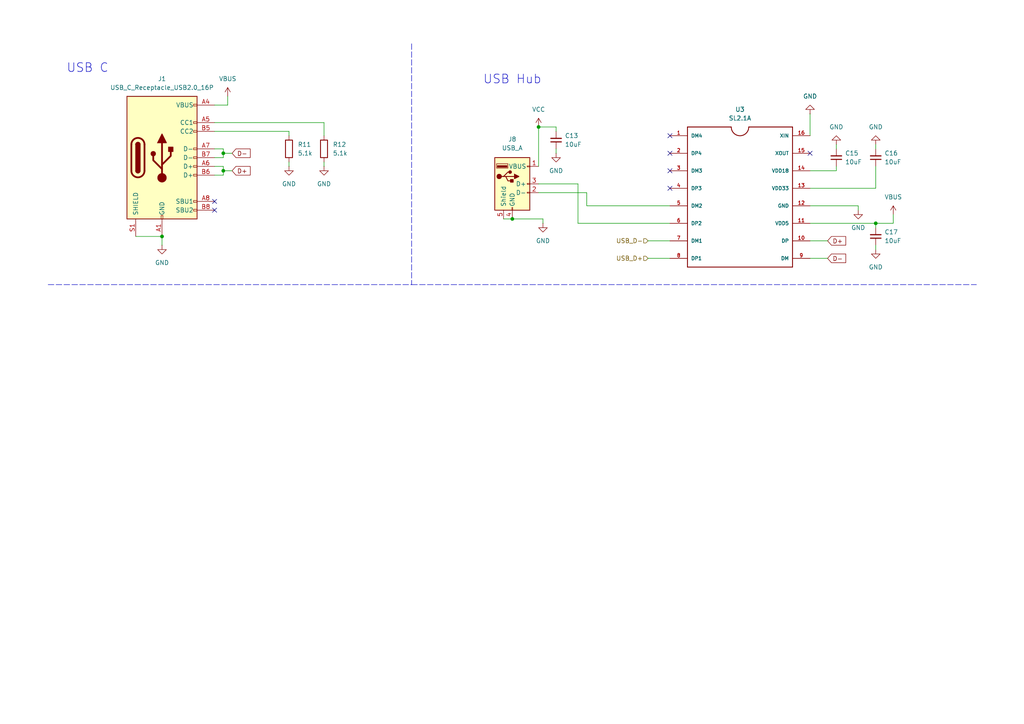
<source format=kicad_sch>
(kicad_sch (version 20231120) (generator "eeschema") (generator_version "8.0")
  (paper "A4")
  (lib_symbols
    (symbol "Connector:USB_A" (pin_names (offset 1.016))
      (property "Reference" "J" (at -5.08 11.43 0))
      (property "Value" "USB_A" (at -5.08 8.89 0))
      (symbol "USB_A_0_1"
        (rectangle (start -5.08 -7.62) (end 5.08 7.62) (stroke (width 0.254)) (fill (type background)))
        (circle (center -3.81 2.159) (radius 0.635) (stroke (width 0.254)) (fill (type outline)))
        (rectangle (start -1.524 4.826) (end -4.318 5.334) (fill (type outline)))
        (rectangle (start -1.27 4.572) (end -4.572 5.842))
        (circle (center -0.635 3.429) (radius 0.381) (stroke (width 0.254)) (fill (type outline)))
        (rectangle (start -0.127 -7.62) (end 0.127 -6.858))
        (polyline (pts (xy -3.175 2.159) (xy -2.54 2.159) (xy -1.27 3.429) (xy -0.635 3.429)) (stroke (width 0.254)))
        (polyline (pts (xy -2.54 2.159) (xy -1.905 2.159) (xy -1.27 0.889) (xy 0 0.889)) (stroke (width 0.254)))
        (polyline (pts (xy 0.635 2.794) (xy 0.635 1.524) (xy 1.905 2.159) (xy 0.635 2.794)) (stroke (width 0.254)) (fill (type outline)))
        (rectangle (start 0.254 1.27) (end -0.508 0.508) (stroke (width 0.254)) (fill (type outline)))
        (rectangle (start 5.08 -2.667) (end 4.318 -2.413))
        (rectangle (start 5.08 -0.127) (end 4.318 0.127))
        (rectangle (start 5.08 4.953) (end 4.318 5.207))
      )
      (symbol "USB_A_1_1"
        (polyline (pts (xy -1.905 2.159) (xy 0.635 2.159)) (stroke (width 0.254)))
        (pin power_in line (at 7.62 5.08 180) (length 2.54) (name "VBUS") (number "1"))
        (pin bidirectional line (at 7.62 -2.54 180) (length 2.54) (name "D-") (number "2"))
        (pin bidirectional line (at 7.62 0 180) (length 2.54) (name "D+") (number "3"))
        (pin power_in line (at 0 -10.16 90) (length 2.54) (name "GND") (number "4"))
        (pin passive line (at -2.54 -10.16 90) (length 2.54) (name "Shield") (number "5"))
      )
    )
    (symbol "Connector:USB_C_Receptacle_USB2.0_16P" (pin_names (offset 1.016))
      (property "Reference" "J" (at 0 22.225 0))
      (property "Value" "USB_C_Receptacle_USB2.0_16P" (at 0 19.685 0))
      (symbol "USB_C_Receptacle_USB2.0_16P_0_0"
        (rectangle (start -0.254 -17.78) (end 0.254 -16.764))
        (rectangle (start 10.16 -14.986) (end 9.144 -15.494))
        (rectangle (start 10.16 -12.446) (end 9.144 -12.954))
        (rectangle (start 10.16 -4.826) (end 9.144 -5.334))
        (rectangle (start 10.16 -2.286) (end 9.144 -2.794))
        (rectangle (start 10.16 0.254) (end 9.144 -0.254))
        (rectangle (start 10.16 2.794) (end 9.144 2.286))
        (rectangle (start 10.16 7.874) (end 9.144 7.366))
        (rectangle (start 10.16 10.414) (end 9.144 9.906))
        (rectangle (start 10.16 15.494) (end 9.144 14.986))
      )
      (symbol "USB_C_Receptacle_USB2.0_16P_0_1"
        (rectangle (start -10.16 17.78) (end 10.16 -17.78) (stroke (width 0.254)) (fill (type background)))
        (arc (start -8.89 -3.81) (mid -6.985 -5.7067) (end -5.08 -3.81) (stroke (width 0.508)))
        (arc (start -7.62 -3.81) (mid -6.985 -4.4423) (end -6.35 -3.81) (stroke (width 0.254)))
        (arc (start -7.62 -3.81) (mid -6.985 -4.4423) (end -6.35 -3.81) (stroke (width 0.254)) (fill (type outline)))
        (rectangle (start -7.62 -3.81) (end -6.35 3.81) (stroke (width 0.254)) (fill (type outline)))
        (arc (start -6.35 3.81) (mid -6.985 4.4423) (end -7.62 3.81) (stroke (width 0.254)))
        (arc (start -6.35 3.81) (mid -6.985 4.4423) (end -7.62 3.81) (stroke (width 0.254)) (fill (type outline)))
        (arc (start -5.08 3.81) (mid -6.985 5.7067) (end -8.89 3.81) (stroke (width 0.508)))
        (circle (center -2.54 1.143) (radius 0.635) (stroke (width 0.254)) (fill (type outline)))
        (circle (center 0 -5.842) (radius 1.27) (fill (type outline)))
        (polyline (pts (xy -8.89 -3.81) (xy -8.89 3.81)) (stroke (width 0.508)))
        (polyline (pts (xy -5.08 3.81) (xy -5.08 -3.81)) (stroke (width 0.508)))
        (polyline (pts (xy 0 -5.842) (xy 0 4.318)) (stroke (width 0.508)))
        (polyline (pts (xy 0 -3.302) (xy -2.54 -0.762) (xy -2.54 0.508)) (stroke (width 0.508)))
        (polyline (pts (xy 0 -2.032) (xy 2.54 0.508) (xy 2.54 1.778)) (stroke (width 0.508)))
        (polyline (pts (xy -1.27 4.318) (xy 0 6.858) (xy 1.27 4.318) (xy -1.27 4.318)) (stroke (width 0.254)) (fill (type outline)))
        (rectangle (start 1.905 1.778) (end 3.175 3.048) (stroke (width 0.254)) (fill (type outline)))
      )
      (symbol "USB_C_Receptacle_USB2.0_16P_1_1"
        (pin passive line (at 0 -22.86 90) (length 5.08) (name "GND") (number "A1"))
        (pin passive line (at 0 -22.86 90) (length 5.08) hide (name "GND") (number "A12"))
        (pin passive line (at 15.24 15.24 180) (length 5.08) (name "VBUS") (number "A4"))
        (pin bidirectional line (at 15.24 10.16 180) (length 5.08) (name "CC1") (number "A5"))
        (pin bidirectional line (at 15.24 -2.54 180) (length 5.08) (name "D+") (number "A6"))
        (pin bidirectional line (at 15.24 2.54 180) (length 5.08) (name "D-") (number "A7"))
        (pin bidirectional line (at 15.24 -12.7 180) (length 5.08) (name "SBU1") (number "A8"))
        (pin passive line (at 15.24 15.24 180) (length 5.08) hide (name "VBUS") (number "A9"))
        (pin passive line (at 0 -22.86 90) (length 5.08) hide (name "GND") (number "B1"))
        (pin passive line (at 0 -22.86 90) (length 5.08) hide (name "GND") (number "B12"))
        (pin passive line (at 15.24 15.24 180) (length 5.08) hide (name "VBUS") (number "B4"))
        (pin bidirectional line (at 15.24 7.62 180) (length 5.08) (name "CC2") (number "B5"))
        (pin bidirectional line (at 15.24 -5.08 180) (length 5.08) (name "D+") (number "B6"))
        (pin bidirectional line (at 15.24 0 180) (length 5.08) (name "D-") (number "B7"))
        (pin bidirectional line (at 15.24 -15.24 180) (length 5.08) (name "SBU2") (number "B8"))
        (pin passive line (at 15.24 15.24 180) (length 5.08) hide (name "VBUS") (number "B9"))
        (pin passive line (at -7.62 -22.86 90) (length 5.08) (name "SHIELD") (number "S1"))
      )
    )
    (symbol "Device:C_Small" (pin_numbers hide) (pin_names (offset 0.254) hide)
      (property "Reference" "C" (at 0.254 1.778 0))
      (property "Value" "C_Small" (at 0.254 -2.032 0))
      (symbol "C_Small_0_1"
        (polyline (pts (xy -1.524 -0.508) (xy 1.524 -0.508)) (stroke (width 0.3302)))
        (polyline (pts (xy -1.524 0.508) (xy 1.524 0.508)) (stroke (width 0.3048)))
      )
      (symbol "C_Small_1_1"
        (pin passive line (at 0 2.54 270) (length 2.032) (name "~") (number "1"))
        (pin passive line (at 0 -2.54 90) (length 2.032) (name "~") (number "2"))
      )
    )
    (symbol "Device:R" (pin_numbers hide) (pin_names (offset 0))
      (property "Reference" "R" (at 2.032 0 90))
      (property "Value" "R" (at 0 0 90))
      (symbol "R_0_1"
        (rectangle (start -1.016 -2.54) (end 1.016 2.54) (stroke (width 0.254)))
      )
      (symbol "R_1_1"
        (pin passive line (at 0 3.81 270) (length 1.27) (name "~") (number "1"))
        (pin passive line (at 0 -3.81 90) (length 1.27) (name "~") (number "2"))
      )
    )
    (symbol "SL2.1A:SL2.1A" (pin_names (offset 1.016))
      (property "Reference" "U" (at 0 22.86 0))
      (property "Value" "SL2.1A" (at 0 -22.86 0))
      (symbol "SL2.1A_0_0"
        (arc (start -2.54 20.32) (mid 0 17.791) (end 2.54 20.32) (stroke (width 0.254)))
        (polyline (pts (xy -15.24 -20.32) (xy 15.24 -20.32)) (stroke (width 0.254)))
        (polyline (pts (xy -15.24 20.32) (xy -15.24 -20.32)) (stroke (width 0.254)))
        (polyline (pts (xy -2.54 20.32) (xy -15.24 20.32)) (stroke (width 0.254)))
        (polyline (pts (xy 15.24 -20.32) (xy 15.24 20.32)) (stroke (width 0.254)))
        (polyline (pts (xy 15.24 20.32) (xy 2.54 20.32)) (stroke (width 0.254)))
        (pin bidirectional line (at -20.32 17.78 0) (length 5.08) (name "DM4") (number "1"))
        (pin bidirectional line (at 20.32 -12.7 180) (length 5.08) (name "DP") (number "10"))
        (pin bidirectional line (at 20.32 -7.62 180) (length 5.08) (name "VDD5") (number "11"))
        (pin bidirectional line (at 20.32 -2.54 180) (length 5.08) (name "GND") (number "12"))
        (pin bidirectional line (at 20.32 2.54 180) (length 5.08) (name "VDD33") (number "13"))
        (pin bidirectional line (at 20.32 7.62 180) (length 5.08) (name "VDD18") (number "14"))
        (pin bidirectional line (at 20.32 12.7 180) (length 5.08) (name "XOUT") (number "15"))
        (pin bidirectional line (at 20.32 17.78 180) (length 5.08) (name "XIN") (number "16"))
        (pin bidirectional line (at -20.32 12.7 0) (length 5.08) (name "DP4") (number "2"))
        (pin bidirectional line (at -20.32 7.62 0) (length 5.08) (name "DM3") (number "3"))
        (pin bidirectional line (at -20.32 2.54 0) (length 5.08) (name "DP3") (number "4"))
        (pin bidirectional line (at -20.32 -2.54 0) (length 5.08) (name "DM2") (number "5"))
        (pin bidirectional line (at -20.32 -7.62 0) (length 5.08) (name "DP2") (number "6"))
        (pin bidirectional line (at -20.32 -12.7 0) (length 5.08) (name "DM1") (number "7"))
        (pin bidirectional line (at -20.32 -17.78 0) (length 5.08) (name "DP1") (number "8"))
        (pin bidirectional line (at 20.32 -17.78 180) (length 5.08) (name "DM") (number "9"))
      )
    )
    (symbol "power:GND" (power) (pin_numbers hide) (pin_names (offset 0) hide)
      (property "Value" "GND" (at 0 -3.81 0))
      (symbol "GND_0_1"
        (polyline (pts (xy 0 0) (xy 0 -1.27) (xy 1.27 -1.27) (xy 0 -2.54) (xy -1.27 -1.27) (xy 0 -1.27)))
      )
      (symbol "GND_1_1"
        (pin power_in line (at 0 0 270) (length 0) (name "~") (number "1"))
      )
    )
    (symbol "power:VBUS" (power) (pin_numbers hide) (pin_names (offset 0) hide)
      (property "Value" "VBUS" (at 0 3.556 0))
      (symbol "VBUS_0_1"
        (polyline (pts (xy -0.762 1.27) (xy 0 2.54)))
        (polyline (pts (xy 0 0) (xy 0 2.54)))
        (polyline (pts (xy 0 2.54) (xy 0.762 1.27)))
      )
      (symbol "VBUS_1_1"
        (pin power_in line (at 0 0 90) (length 0) (name "~") (number "1"))
      )
    )
    (symbol "power:VCC" (power) (pin_numbers hide) (pin_names (offset 0) hide)
      (property "Value" "VCC" (at 0 3.556 0))
      (symbol "VCC_0_1"
        (polyline (pts (xy -0.762 1.27) (xy 0 2.54)))
        (polyline (pts (xy 0 0) (xy 0 2.54)))
        (polyline (pts (xy 0 2.54) (xy 0.762 1.27)))
      )
      (symbol "VCC_1_1"
        (pin power_in line (at 0 0 90) (length 0) (name "~") (number "1"))
      )
    )
  )
  (junction (at 148.59 63.5))
  (junction (at 46.99 68.58))
  (junction (at 254 64.77))
  (junction (at 64.77 49.53))
  (junction (at 156.21 36.83))
  (junction (at 64.77 44.45))
  (no_connect (at 194.31 54.61))
  (no_connect (at 234.95 44.45))
  (no_connect (at 194.31 49.53))
  (no_connect (at 62.23 60.96))
  (no_connect (at 194.31 39.37))
  (no_connect (at 194.31 44.45))
  (no_connect (at 62.23 58.42))
  (wire (pts (xy 254 41.91) (xy 254 43.18)))
  (wire (pts (xy 254 71.12) (xy 254 72.39)))
  (wire (pts (xy 64.77 44.45) (xy 64.77 43.18)))
  (wire (pts (xy 93.98 46.99) (xy 93.98 48.26)))
  (wire (pts (xy 187.96 74.93) (xy 194.31 74.93)))
  (wire (pts (xy 242.57 48.26) (xy 242.57 49.53)))
  (wire (pts (xy 66.04 30.48) (xy 66.04 27.94)))
  (wire (pts (xy 62.23 50.8) (xy 64.77 50.8)))
  (wire (pts (xy 234.95 33.02) (xy 234.95 39.37)))
  (wire (pts (xy 39.37 68.58) (xy 46.99 68.58)))
  (wire (pts (xy 187.96 69.85) (xy 194.31 69.85)))
  (wire (pts (xy 64.77 50.8) (xy 64.77 49.53)))
  (wire (pts (xy 161.29 36.83) (xy 161.29 38.1)))
  (wire (pts (xy 62.23 45.72) (xy 64.77 45.72)))
  (wire (pts (xy 83.82 39.37) (xy 83.82 38.1)))
  (wire (pts (xy 64.77 45.72) (xy 64.77 44.45)))
  (wire (pts (xy 254 54.61) (xy 254 48.26)))
  (wire (pts (xy 83.82 46.99) (xy 83.82 48.26)))
  (wire (pts (xy 64.77 49.53) (xy 64.77 48.26)))
  (wire (pts (xy 161.29 43.18) (xy 161.29 44.45)))
  (wire (pts (xy 161.29 36.83) (xy 156.21 36.83)))
  (polyline (pts (xy 13.97 82.55) (xy 119.38 82.55)) (stroke (width 0) (type dash)))
  (wire (pts (xy 46.99 68.58) (xy 46.99 71.12)))
  (wire (pts (xy 234.95 74.93) (xy 240.03 74.93)))
  (wire (pts (xy 242.57 49.53) (xy 234.95 49.53)))
  (wire (pts (xy 62.23 35.56) (xy 93.98 35.56)))
  (wire (pts (xy 234.95 64.77) (xy 254 64.77)))
  (wire (pts (xy 248.92 59.69) (xy 234.95 59.69)))
  (wire (pts (xy 83.82 38.1) (xy 62.23 38.1)))
  (wire (pts (xy 234.95 54.61) (xy 254 54.61)))
  (wire (pts (xy 254 66.04) (xy 254 64.77)))
  (wire (pts (xy 64.77 49.53) (xy 67.31 49.53)))
  (wire (pts (xy 248.92 60.96) (xy 248.92 59.69)))
  (polyline (pts (xy 119.38 82.55) (xy 283.21 82.55)) (stroke (width 0) (type dash)))
  (wire (pts (xy 146.05 63.5) (xy 148.59 63.5)))
  (wire (pts (xy 170.18 55.88) (xy 170.18 59.69)))
  (wire (pts (xy 167.64 64.77) (xy 167.64 53.34)))
  (wire (pts (xy 194.31 64.77) (xy 167.64 64.77)))
  (wire (pts (xy 234.95 69.85) (xy 240.03 69.85)))
  (wire (pts (xy 170.18 59.69) (xy 194.31 59.69)))
  (wire (pts (xy 157.48 63.5) (xy 157.48 64.77)))
  (wire (pts (xy 64.77 43.18) (xy 62.23 43.18)))
  (wire (pts (xy 156.21 55.88) (xy 170.18 55.88)))
  (wire (pts (xy 93.98 39.37) (xy 93.98 35.56)))
  (wire (pts (xy 167.64 53.34) (xy 156.21 53.34)))
  (wire (pts (xy 242.57 41.91) (xy 242.57 43.18)))
  (wire (pts (xy 259.08 62.23) (xy 259.08 64.77)))
  (wire (pts (xy 254 64.77) (xy 259.08 64.77)))
  (polyline (pts (xy 119.38 12.7) (xy 119.38 82.55)) (stroke (width 0) (type dash)))
  (wire (pts (xy 148.59 63.5) (xy 157.48 63.5)))
  (wire (pts (xy 64.77 48.26) (xy 62.23 48.26)))
  (wire (pts (xy 156.21 36.83) (xy 156.21 48.26)))
  (wire (pts (xy 64.77 44.45) (xy 67.31 44.45)))
  (wire (pts (xy 62.23 30.48) (xy 66.04 30.48)))
  (text "USB C\n" (at 25.4 19.812 0) (effects (font (size 2.54 2.54))))
  (text "USB Hub\n" (at 148.59 23.114 0) (effects (font (size 2.54 2.54))))
  (global_label "D-" (shape input) (at 67.31 44.45 0) (property "Intersheetrefs" "${INTERSHEET_REFS}" (effects (hide yes))))
  (global_label "D-" (shape input) (at 240.03 74.93 0) (property "Intersheetrefs" "${INTERSHEET_REFS}" (effects (hide yes))))
  (global_label "D+" (shape input) (at 67.31 49.53 0) (property "Intersheetrefs" "${INTERSHEET_REFS}" (effects (hide yes))))
  (global_label "D+" (shape input) (at 240.03 69.85 0) (property "Intersheetrefs" "${INTERSHEET_REFS}" (effects (hide yes))))
  (hierarchical_label "USB_D-" (shape input) (at 187.96 69.85 180))
  (hierarchical_label "USB_D+" (shape input) (at 187.96 74.93 180))
  (symbol (lib_id "Device:C_Small") (at 254 45.72 180) (unit 1)
    (property "Reference" "C16" (at 256.54 44.4435 0) (effects (justify right)))
    (property "Value" "10uF" (at 256.54 46.9835 0) (effects (justify right)))
    (property "Footprint" "Capacitor_SMD:C_0805_2012Metric_Pad1.18x1.45mm_HandSolder" (effects (hide yes)))
    (property "Description" "Unpolarized capacitor, small symbol" (effects (hide yes)))
  )
  (symbol (lib_id "power:GND") (at 248.92 60.96 0) (unit 1)
    (property "Reference" "#PWR062" (effects (hide yes)))
    (property "Value" "GND" (at 248.92 66.04 0))
    (property "Description" "Power symbol creates a global label with name \"GND\" , ground" (effects (hide yes)))
  )
  (symbol (lib_id "power:VCC") (at 156.21 36.83 0) (unit 1)
    (property "Reference" "#PWR057" (effects (hide yes)))
    (property "Value" "VCC" (at 156.21 31.75 0))
    (property "Description" "Power symbol creates a global label with name \"VCC\"" (effects (hide yes)))
  )
  (symbol (lib_id "power:GND") (at 46.99 71.12 0) (unit 1)
    (property "Reference" "#PWR053" (effects (hide yes)))
    (property "Value" "GND" (at 46.99 76.2 0))
    (property "Description" "Power symbol creates a global label with name \"GND\" , ground" (effects (hide yes)))
  )
  (symbol (lib_id "SL2.1A:SL2.1A") (at 214.63 57.15 0) (unit 1)
    (property "Reference" "U3" (at 214.63 31.75 0))
    (property "Value" "SL2.1A" (at 214.63 34.29 0))
    (property "Footprint" "SL2.1A:SO16" (effects (hide yes)))
    (property "SnapEDA_Link" "https://www.snapeda.com/parts/SL2.1A/CoreChips+ShenZhen+CO.%252CLtd/view-part/?ref=snap" (effects (hide yes)))
    (property "Description_1" "\n                        \n                            USB 2.0 HIGH SPEED 4-PORT HUB CONTROLLER \n                        \n" (effects (hide yes)))
    (property "MF" "CoreChips ShenZhen CO.,Ltd" (effects (hide yes)))
    (property "Package" "Package" (effects (hide yes)))
    (property "Check_prices" "https://www.snapeda.com/parts/SL2.1A/CoreChips+ShenZhen+CO.%252CLtd/view-part/?ref=eda" (effects (hide yes)))
    (property "MP" "SL2.1A" (effects (hide yes)))
  )
  (symbol (lib_id "Connector:USB_C_Receptacle_USB2.0_16P") (at 46.99 45.72 0) (unit 1)
    (property "Reference" "J1" (at 46.99 22.86 0))
    (property "Value" "USB_C_Receptacle_USB2.0_16P" (at 46.99 25.4 0))
    (property "Footprint" "Connector_USB:USB_C_Receptacle_G-Switch_GT-USB-7010ASV" (effects (hide yes)))
    (property "Datasheet" "https://www.usb.org/sites/default/files/documents/usb_type-c.zip" (effects (hide yes)))
    (property "Description" "USB 2.0-only 16P Type-C Receptacle connector" (effects (hide yes)))
  )
  (symbol (lib_id "power:GND") (at 161.29 44.45 0) (unit 1)
    (property "Reference" "#PWR059" (effects (hide yes)))
    (property "Value" "GND" (at 161.29 49.53 0))
    (property "Description" "Power symbol creates a global label with name \"GND\" , ground" (effects (hide yes)))
  )
  (symbol (lib_id "power:GND") (at 93.98 48.26 0) (unit 1)
    (property "Reference" "#PWR056" (effects (hide yes)))
    (property "Value" "GND" (at 93.98 53.34 0))
    (property "Description" "Power symbol creates a global label with name \"GND\" , ground" (effects (hide yes)))
  )
  (symbol (lib_id "power:VBUS") (at 66.04 27.94 0) (unit 1)
    (property "Reference" "#PWR054" (effects (hide yes)))
    (property "Value" "VBUS" (at 66.04 22.86 0))
    (property "Description" "Power symbol creates a global label with name \"VBUS\"" (effects (hide yes)))
  )
  (symbol (lib_id "power:GND") (at 157.48 64.77 0) (unit 1)
    (property "Reference" "#PWR058" (effects (hide yes)))
    (property "Value" "GND" (at 157.48 69.85 0))
    (property "Description" "Power symbol creates a global label with name \"GND\" , ground" (effects (hide yes)))
  )
  (symbol (lib_id "power:GND") (at 234.95 33.02 180) (unit 1)
    (property "Reference" "#PWR060" (effects (hide yes)))
    (property "Value" "GND" (at 234.95 27.94 0))
    (property "Description" "Power symbol creates a global label with name \"GND\" , ground" (effects (hide yes)))
  )
  (symbol (lib_id "power:GND") (at 242.57 41.91 180) (unit 1)
    (property "Reference" "#PWR061" (effects (hide yes)))
    (property "Value" "GND" (at 242.57 36.83 0))
    (property "Description" "Power symbol creates a global label with name \"GND\" , ground" (effects (hide yes)))
  )
  (symbol (lib_id "power:GND") (at 254 72.39 0) (unit 1)
    (property "Reference" "#PWR064" (effects (hide yes)))
    (property "Value" "GND" (at 254 77.47 0))
    (property "Description" "Power symbol creates a global label with name \"GND\" , ground" (effects (hide yes)))
  )
  (symbol (lib_id "power:GND") (at 254 41.91 180) (unit 1)
    (property "Reference" "#PWR063" (effects (hide yes)))
    (property "Value" "GND" (at 254 36.83 0))
    (property "Description" "Power symbol creates a global label with name \"GND\" , ground" (effects (hide yes)))
  )
  (symbol (lib_id "Connector:USB_A") (at 148.59 53.34 0) (unit 1)
    (property "Reference" "J8" (at 148.59 40.386 0))
    (property "Value" "USB_A" (at 148.59 42.926 0))
    (property "Footprint" "Connector_USB:USB_A_CONNFLY_DS1095-WNR0" (effects (hide yes)))
    (property "Description" "USB Type A connector" (effects (hide yes)))
  )
  (symbol (lib_id "Device:R") (at 83.82 43.18 0) (unit 1)
    (property "Reference" "R11" (at 86.36 41.9099 0) (effects (justify left)))
    (property "Value" "5.1k" (at 86.36 44.4499 0) (effects (justify left)))
    (property "Footprint" "Resistor_SMD:R_0805_2012Metric_Pad1.20x1.40mm_HandSolder" (effects (hide yes)))
    (property "Description" "Resistor" (effects (hide yes)))
  )
  (symbol (lib_id "Device:C_Small") (at 242.57 45.72 180) (unit 1)
    (property "Reference" "C15" (at 245.11 44.4435 0) (effects (justify right)))
    (property "Value" "10uF" (at 245.11 46.9835 0) (effects (justify right)))
    (property "Footprint" "Capacitor_SMD:C_0805_2012Metric_Pad1.18x1.45mm_HandSolder" (effects (hide yes)))
    (property "Description" "Unpolarized capacitor, small symbol" (effects (hide yes)))
  )
  (symbol (lib_id "Device:R") (at 93.98 43.18 0) (unit 1)
    (property "Reference" "R12" (at 96.52 41.9099 0) (effects (justify left)))
    (property "Value" "5.1k" (at 96.52 44.4499 0) (effects (justify left)))
    (property "Footprint" "Resistor_SMD:R_0805_2012Metric_Pad1.20x1.40mm_HandSolder" (effects (hide yes)))
    (property "Description" "Resistor" (effects (hide yes)))
  )
  (symbol (lib_id "power:GND") (at 83.82 48.26 0) (unit 1)
    (property "Reference" "#PWR055" (effects (hide yes)))
    (property "Value" "GND" (at 83.82 53.34 0))
    (property "Description" "Power symbol creates a global label with name \"GND\" , ground" (effects (hide yes)))
  )
  (symbol (lib_id "Device:C_Small") (at 254 68.58 180) (unit 1)
    (property "Reference" "C17" (at 256.54 67.3035 0) (effects (justify right)))
    (property "Value" "10uF" (at 256.54 69.8435 0) (effects (justify right)))
    (property "Footprint" "Capacitor_SMD:C_0805_2012Metric_Pad1.18x1.45mm_HandSolder" (effects (hide yes)))
    (property "Description" "Unpolarized capacitor, small symbol" (effects (hide yes)))
  )
  (symbol (lib_id "Device:C_Small") (at 161.29 40.64 180) (unit 1)
    (property "Reference" "C13" (at 163.83 39.3635 0) (effects (justify right)))
    (property "Value" "10uF" (at 163.83 41.9035 0) (effects (justify right)))
    (property "Footprint" "Capacitor_SMD:C_0805_2012Metric_Pad1.18x1.45mm_HandSolder" (effects (hide yes)))
    (property "Description" "Unpolarized capacitor, small symbol" (effects (hide yes)))
  )
  (symbol (lib_id "power:VBUS") (at 259.08 62.23 0) (unit 1)
    (property "Reference" "#PWR065" (effects (hide yes)))
    (property "Value" "VBUS" (at 259.08 57.15 0))
    (property "Description" "Power symbol creates a global label with name \"VBUS\"" (effects (hide yes)))
  )
)
</source>
